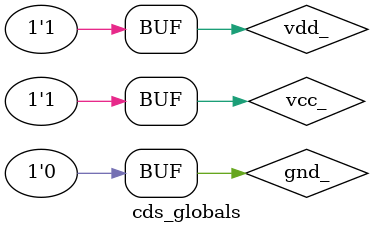
<source format=v>

`celldefine
module cds_globals;


supply1 vcc_;

supply1 vdd_;

supply0 gnd_;


endmodule
`endcelldefine

</source>
